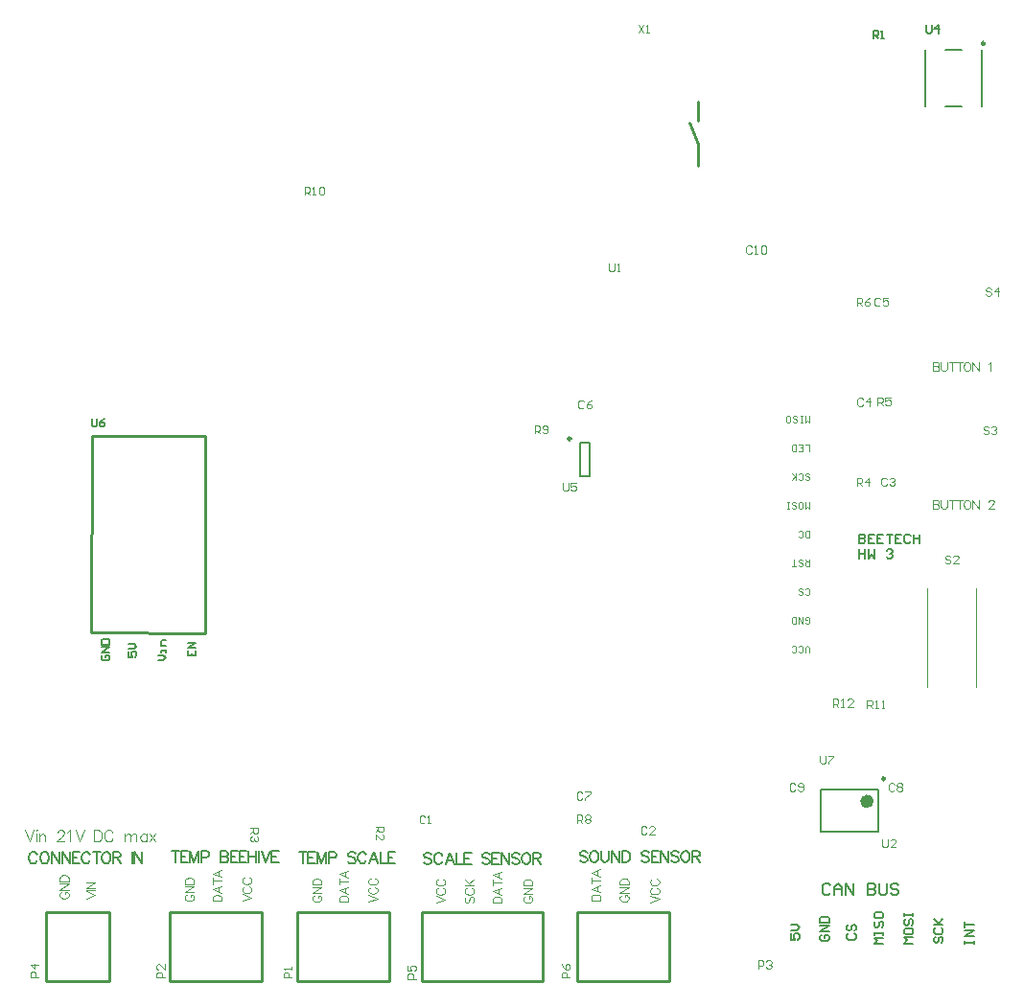
<source format=gto>
G04*
G04 #@! TF.GenerationSoftware,Altium Limited,Altium Designer,21.6.4 (81)*
G04*
G04 Layer_Color=65535*
%FSLAX44Y44*%
%MOMM*%
G71*
G04*
G04 #@! TF.SameCoordinates,B6620421-005C-40FD-BBE8-42AC4C8AC442*
G04*
G04*
G04 #@! TF.FilePolarity,Positive*
G04*
G01*
G75*
%ADD10C,0.2500*%
%ADD11C,0.6000*%
%ADD12C,0.2000*%
%ADD13C,0.2540*%
%ADD14C,0.1270*%
%ADD15C,0.1000*%
%ADD16C,0.1500*%
D10*
X499886Y484368D02*
G03*
X499886Y484368I-1250J0D01*
G01*
X777244Y183948D02*
G03*
X777244Y183948I-1250J0D01*
G01*
X865196Y833640D02*
G03*
X865196Y833640I-1250J0D01*
G01*
D11*
X764244Y163948D02*
G03*
X764244Y163948I-3000J0D01*
G01*
D12*
X507636Y481118D02*
X516636D01*
X507636Y451118D02*
X516636D01*
X507636D02*
Y481118D01*
X516636Y451118D02*
Y481118D01*
X720244Y136948D02*
Y173948D01*
X771244Y136948D02*
Y173948D01*
X720244Y136948D02*
X771244D01*
X720244Y173948D02*
X771244D01*
X728908Y89647D02*
X727242Y91313D01*
X723910D01*
X722244Y89647D01*
Y82982D01*
X723910Y81316D01*
X727242D01*
X728908Y82982D01*
X732241Y81316D02*
Y87980D01*
X735573Y91313D01*
X738905Y87980D01*
Y81316D01*
Y86314D01*
X732241D01*
X742238Y81316D02*
Y91313D01*
X748902Y81316D01*
Y91313D01*
X762231D02*
Y81316D01*
X767230D01*
X768896Y82982D01*
Y84648D01*
X767230Y86314D01*
X762231D01*
X767230D01*
X768896Y87980D01*
Y89647D01*
X767230Y91313D01*
X762231D01*
X772228D02*
Y82982D01*
X773894Y81316D01*
X777226D01*
X778892Y82982D01*
Y91313D01*
X788889Y89647D02*
X787223Y91313D01*
X783891D01*
X782225Y89647D01*
Y87980D01*
X783891Y86314D01*
X787223D01*
X788889Y84648D01*
Y82982D01*
X787223Y81316D01*
X783891D01*
X782225Y82982D01*
X28445Y116689D02*
X27969Y117642D01*
X27017Y118594D01*
X26065Y119070D01*
X24160D01*
X23208Y118594D01*
X22256Y117642D01*
X21780Y116689D01*
X21304Y115261D01*
Y112881D01*
X21780Y111452D01*
X22256Y110500D01*
X23208Y109548D01*
X24160Y109072D01*
X26065D01*
X27017Y109548D01*
X27969Y110500D01*
X28445Y111452D01*
X34111Y119070D02*
X33159Y118594D01*
X32206Y117642D01*
X31730Y116689D01*
X31254Y115261D01*
Y112881D01*
X31730Y111452D01*
X32206Y110500D01*
X33159Y109548D01*
X34111Y109072D01*
X36015D01*
X36967Y109548D01*
X37919Y110500D01*
X38396Y111452D01*
X38872Y112881D01*
Y115261D01*
X38396Y116689D01*
X37919Y117642D01*
X36967Y118594D01*
X36015Y119070D01*
X34111D01*
X41205D02*
Y109072D01*
Y119070D02*
X47870Y109072D01*
Y119070D02*
Y109072D01*
X50631Y119070D02*
Y109072D01*
Y119070D02*
X57296Y109072D01*
Y119070D02*
Y109072D01*
X66247Y119070D02*
X60058D01*
Y109072D01*
X66247D01*
X60058Y114309D02*
X63866D01*
X75054Y116689D02*
X74578Y117642D01*
X73626Y118594D01*
X72674Y119070D01*
X70770D01*
X69817Y118594D01*
X68865Y117642D01*
X68389Y116689D01*
X67913Y115261D01*
Y112881D01*
X68389Y111452D01*
X68865Y110500D01*
X69817Y109548D01*
X70770Y109072D01*
X72674D01*
X73626Y109548D01*
X74578Y110500D01*
X75054Y111452D01*
X81196Y119070D02*
Y109072D01*
X77863Y119070D02*
X84529D01*
X88575D02*
X87623Y118594D01*
X86671Y117642D01*
X86195Y116689D01*
X85719Y115261D01*
Y112881D01*
X86195Y111452D01*
X86671Y110500D01*
X87623Y109548D01*
X88575Y109072D01*
X90480D01*
X91432Y109548D01*
X92384Y110500D01*
X92860Y111452D01*
X93336Y112881D01*
Y115261D01*
X92860Y116689D01*
X92384Y117642D01*
X91432Y118594D01*
X90480Y119070D01*
X88575D01*
X95669D02*
Y109072D01*
Y119070D02*
X99954D01*
X101382Y118594D01*
X101858Y118118D01*
X102334Y117165D01*
Y116213D01*
X101858Y115261D01*
X101382Y114785D01*
X99954Y114309D01*
X95669D01*
X99002D02*
X102334Y109072D01*
X112427Y119070D02*
Y109072D01*
X114522Y119070D02*
Y109072D01*
Y119070D02*
X121187Y109072D01*
Y119070D02*
Y109072D01*
X514371Y118642D02*
X513419Y119594D01*
X511991Y120070D01*
X510086D01*
X508658Y119594D01*
X507706Y118642D01*
Y117689D01*
X508182Y116737D01*
X508658Y116261D01*
X509610Y115785D01*
X512467Y114833D01*
X513419Y114357D01*
X513895Y113881D01*
X514371Y112928D01*
Y111500D01*
X513419Y110548D01*
X511991Y110072D01*
X510086D01*
X508658Y110548D01*
X507706Y111500D01*
X519465Y120070D02*
X518513Y119594D01*
X517561Y118642D01*
X517085Y117689D01*
X516609Y116261D01*
Y113881D01*
X517085Y112452D01*
X517561Y111500D01*
X518513Y110548D01*
X519465Y110072D01*
X521370D01*
X522322Y110548D01*
X523274Y111500D01*
X523750Y112452D01*
X524226Y113881D01*
Y116261D01*
X523750Y117689D01*
X523274Y118642D01*
X522322Y119594D01*
X521370Y120070D01*
X519465D01*
X526559D02*
Y112928D01*
X527035Y111500D01*
X527987Y110548D01*
X529416Y110072D01*
X530368D01*
X531796Y110548D01*
X532748Y111500D01*
X533224Y112928D01*
Y120070D01*
X535986D02*
Y110072D01*
Y120070D02*
X542651Y110072D01*
Y120070D02*
Y110072D01*
X545412Y120070D02*
Y110072D01*
Y120070D02*
X548745D01*
X550173Y119594D01*
X551125Y118642D01*
X551601Y117689D01*
X552077Y116261D01*
Y113881D01*
X551601Y112452D01*
X551125Y111500D01*
X550173Y110548D01*
X548745Y110072D01*
X545412D01*
X568836Y118642D02*
X567883Y119594D01*
X566455Y120070D01*
X564551D01*
X563123Y119594D01*
X562170Y118642D01*
Y117689D01*
X562647Y116737D01*
X563123Y116261D01*
X564075Y115785D01*
X566931Y114833D01*
X567883Y114357D01*
X568360Y113881D01*
X568836Y112928D01*
Y111500D01*
X567883Y110548D01*
X566455Y110072D01*
X564551D01*
X563123Y110548D01*
X562170Y111500D01*
X577262Y120070D02*
X571073D01*
Y110072D01*
X577262D01*
X571073Y115309D02*
X574882D01*
X578929Y120070D02*
Y110072D01*
Y120070D02*
X585594Y110072D01*
Y120070D02*
Y110072D01*
X595021Y118642D02*
X594068Y119594D01*
X592640Y120070D01*
X590736D01*
X589308Y119594D01*
X588355Y118642D01*
Y117689D01*
X588831Y116737D01*
X589308Y116261D01*
X590260Y115785D01*
X593116Y114833D01*
X594068Y114357D01*
X594544Y113881D01*
X595021Y112928D01*
Y111500D01*
X594068Y110548D01*
X592640Y110072D01*
X590736D01*
X589308Y110548D01*
X588355Y111500D01*
X600115Y120070D02*
X599162Y119594D01*
X598210Y118642D01*
X597734Y117689D01*
X597258Y116261D01*
Y113881D01*
X597734Y112452D01*
X598210Y111500D01*
X599162Y110548D01*
X600115Y110072D01*
X602019D01*
X602971Y110548D01*
X603923Y111500D01*
X604399Y112452D01*
X604876Y113881D01*
Y116261D01*
X604399Y117689D01*
X603923Y118642D01*
X602971Y119594D01*
X602019Y120070D01*
X600115D01*
X607208D02*
Y110072D01*
Y120070D02*
X611493D01*
X612921Y119594D01*
X613398Y119118D01*
X613874Y118166D01*
Y117213D01*
X613398Y116261D01*
X612921Y115785D01*
X611493Y115309D01*
X607208D01*
X610541D02*
X613874Y110072D01*
X376821Y116892D02*
X375869Y117844D01*
X374441Y118320D01*
X372536D01*
X371108Y117844D01*
X370156Y116892D01*
Y115939D01*
X370632Y114987D01*
X371108Y114511D01*
X372060Y114035D01*
X374917Y113083D01*
X375869Y112607D01*
X376345Y112131D01*
X376821Y111179D01*
Y109750D01*
X375869Y108798D01*
X374441Y108322D01*
X372536D01*
X371108Y108798D01*
X370156Y109750D01*
X386200Y115939D02*
X385724Y116892D01*
X384772Y117844D01*
X383820Y118320D01*
X381915D01*
X380963Y117844D01*
X380011Y116892D01*
X379535Y115939D01*
X379059Y114511D01*
Y112131D01*
X379535Y110702D01*
X380011Y109750D01*
X380963Y108798D01*
X381915Y108322D01*
X383820D01*
X384772Y108798D01*
X385724Y109750D01*
X386200Y110702D01*
X396627Y108322D02*
X392818Y118320D01*
X389009Y108322D01*
X390437Y111655D02*
X395198D01*
X398959Y118320D02*
Y108322D01*
X404672D01*
X411956Y118320D02*
X405767D01*
Y108322D01*
X411956D01*
X405767Y113559D02*
X409576D01*
X428144Y116892D02*
X427191Y117844D01*
X425763Y118320D01*
X423859D01*
X422430Y117844D01*
X421478Y116892D01*
Y115939D01*
X421954Y114987D01*
X422430Y114511D01*
X423383Y114035D01*
X426239Y113083D01*
X427191Y112607D01*
X427667Y112131D01*
X428144Y111179D01*
Y109750D01*
X427191Y108798D01*
X425763Y108322D01*
X423859D01*
X422430Y108798D01*
X421478Y109750D01*
X436570Y118320D02*
X430381D01*
Y108322D01*
X436570D01*
X430381Y113559D02*
X434190D01*
X438237Y118320D02*
Y108322D01*
Y118320D02*
X444902Y108322D01*
Y118320D02*
Y108322D01*
X454328Y116892D02*
X453376Y117844D01*
X451948Y118320D01*
X450044D01*
X448615Y117844D01*
X447663Y116892D01*
Y115939D01*
X448139Y114987D01*
X448615Y114511D01*
X449567Y114035D01*
X452424Y113083D01*
X453376Y112607D01*
X453852Y112131D01*
X454328Y111179D01*
Y109750D01*
X453376Y108798D01*
X451948Y108322D01*
X450044D01*
X448615Y108798D01*
X447663Y109750D01*
X459423Y118320D02*
X458470Y117844D01*
X457518Y116892D01*
X457042Y115939D01*
X456566Y114511D01*
Y112131D01*
X457042Y110702D01*
X457518Y109750D01*
X458470Y108798D01*
X459423Y108322D01*
X461327D01*
X462279Y108798D01*
X463231Y109750D01*
X463707Y110702D01*
X464183Y112131D01*
Y114511D01*
X463707Y115939D01*
X463231Y116892D01*
X462279Y117844D01*
X461327Y118320D01*
X459423D01*
X466516D02*
Y108322D01*
Y118320D02*
X470801D01*
X472229Y117844D01*
X472705Y117368D01*
X473181Y116416D01*
Y115463D01*
X472705Y114511D01*
X472229Y114035D01*
X470801Y113559D01*
X466516D01*
X469849D02*
X473181Y108322D01*
X263389Y119070D02*
Y109072D01*
X260056Y119070D02*
X266721D01*
X274101D02*
X267911D01*
Y109072D01*
X274101D01*
X267911Y114309D02*
X271720D01*
X275767Y119070D02*
Y109072D01*
Y119070D02*
X279576Y109072D01*
X283384Y119070D02*
X279576Y109072D01*
X283384Y119070D02*
Y109072D01*
X286241Y113833D02*
X290526D01*
X291954Y114309D01*
X292430Y114785D01*
X292906Y115737D01*
Y117165D01*
X292430Y118118D01*
X291954Y118594D01*
X290526Y119070D01*
X286241D01*
Y109072D01*
X309664Y117642D02*
X308712Y118594D01*
X307284Y119070D01*
X305380D01*
X303951Y118594D01*
X302999Y117642D01*
Y116689D01*
X303475Y115737D01*
X303951Y115261D01*
X304904Y114785D01*
X307760Y113833D01*
X308712Y113357D01*
X309188Y112881D01*
X309664Y111929D01*
Y110500D01*
X308712Y109548D01*
X307284Y109072D01*
X305380D01*
X303951Y109548D01*
X302999Y110500D01*
X319043Y116689D02*
X318567Y117642D01*
X317615Y118594D01*
X316663Y119070D01*
X314758D01*
X313806Y118594D01*
X312854Y117642D01*
X312378Y116689D01*
X311902Y115261D01*
Y112881D01*
X312378Y111452D01*
X312854Y110500D01*
X313806Y109548D01*
X314758Y109072D01*
X316663D01*
X317615Y109548D01*
X318567Y110500D01*
X319043Y111452D01*
X329470Y109072D02*
X325661Y119070D01*
X321852Y109072D01*
X323280Y112405D02*
X328041D01*
X331802Y119070D02*
Y109072D01*
X337516D01*
X344800Y119070D02*
X338610D01*
Y109072D01*
X344800D01*
X338610Y114309D02*
X342419D01*
X150916Y119820D02*
Y109822D01*
X147583Y119820D02*
X154248D01*
X161628D02*
X155439D01*
Y109822D01*
X161628D01*
X155439Y115059D02*
X159247D01*
X163294Y119820D02*
Y109822D01*
Y119820D02*
X167103Y109822D01*
X170912Y119820D02*
X167103Y109822D01*
X170912Y119820D02*
Y109822D01*
X173768Y114583D02*
X178053D01*
X179481Y115059D01*
X179957Y115535D01*
X180433Y116487D01*
Y117915D01*
X179957Y118868D01*
X179481Y119344D01*
X178053Y119820D01*
X173768D01*
Y109822D01*
X190526Y119820D02*
Y109822D01*
Y119820D02*
X194811D01*
X196239Y119344D01*
X196716Y118868D01*
X197192Y117915D01*
Y116963D01*
X196716Y116011D01*
X196239Y115535D01*
X194811Y115059D01*
X190526D02*
X194811D01*
X196239Y114583D01*
X196716Y114107D01*
X197192Y113155D01*
Y111726D01*
X196716Y110774D01*
X196239Y110298D01*
X194811Y109822D01*
X190526D01*
X205618Y119820D02*
X199429D01*
Y109822D01*
X205618D01*
X199429Y115059D02*
X203238D01*
X213474Y119820D02*
X207285D01*
Y109822D01*
X213474D01*
X207285Y115059D02*
X211093D01*
X215140Y119820D02*
Y109822D01*
X221805Y119820D02*
Y109822D01*
X215140Y115059D02*
X221805D01*
X224567Y119820D02*
Y109822D01*
X226661Y119820D02*
X230470Y109822D01*
X234279Y119820D02*
X230470Y109822D01*
X241754Y119820D02*
X235564D01*
Y109822D01*
X241754D01*
X235564Y115059D02*
X239373D01*
D13*
X611768Y765682D02*
Y782182D01*
X604268Y763682D02*
X611768Y744932D01*
Y725182D02*
Y744932D01*
X505706Y4602D02*
Y66324D01*
X586986Y4602D02*
Y66324D01*
X505706Y4602D02*
X586986D01*
X505706Y66324D02*
X586986D01*
X76300Y313118D02*
X77300Y485518D01*
X177300Y313118D02*
Y486518D01*
X77315Y487094D02*
X176700Y486518D01*
X77315Y313095D02*
X176700Y312518D01*
X36684Y66324D02*
X92310D01*
X36684Y4602D02*
X92310D01*
Y66324D01*
X36684Y4602D02*
Y66324D01*
X145583Y4602D02*
Y66324D01*
X226863Y4602D02*
Y66324D01*
X145583Y4602D02*
X226863D01*
X145583Y66324D02*
X226863D01*
X258056Y4602D02*
Y66324D01*
X339336Y4602D02*
Y66324D01*
X258056Y4602D02*
X339336D01*
X258056Y66324D02*
X339336D01*
X368156D02*
X474836D01*
X368156Y4602D02*
X474836D01*
Y66324D01*
X368156Y4602D02*
Y66324D01*
D14*
X830946Y827640D02*
X844946D01*
X830946Y777640D02*
X844946D01*
X862946D02*
Y827640D01*
X812946Y777640D02*
Y827640D01*
D15*
X857246Y264848D02*
Y351848D01*
X814246Y264848D02*
Y351848D01*
X710692Y396992D02*
Y402990D01*
X707693D01*
X706693Y401990D01*
Y397992D01*
X707693Y396992D01*
X710692D01*
X700695Y397992D02*
X701695Y396992D01*
X703694D01*
X704694Y397992D01*
Y401990D01*
X703694Y402990D01*
X701695D01*
X700695Y401990D01*
X710692Y377590D02*
Y371592D01*
X707693D01*
X706693Y372592D01*
Y374591D01*
X707693Y375591D01*
X710692D01*
X708693D02*
X706693Y377590D01*
X700695Y372592D02*
X701695Y371592D01*
X703694D01*
X704694Y372592D01*
Y373591D01*
X703694Y374591D01*
X701695D01*
X700695Y375591D01*
Y376590D01*
X701695Y377590D01*
X703694D01*
X704694Y376590D01*
X698696Y371592D02*
X694697D01*
X696696D01*
Y377590D01*
X710692Y295392D02*
Y299391D01*
X708693Y301390D01*
X706693Y299391D01*
Y295392D01*
X700695Y296392D02*
X701695Y295392D01*
X703694D01*
X704694Y296392D01*
Y300390D01*
X703694Y301390D01*
X701695D01*
X700695Y300390D01*
X694697Y296392D02*
X695697Y295392D01*
X697696D01*
X698696Y296392D01*
Y300390D01*
X697696Y301390D01*
X695697D01*
X694697Y300390D01*
X706693Y321792D02*
X707693Y320792D01*
X709692D01*
X710692Y321792D01*
Y325790D01*
X709692Y326790D01*
X707693D01*
X706693Y325790D01*
Y323791D01*
X708693D01*
X704694Y326790D02*
Y320792D01*
X700695Y326790D01*
Y320792D01*
X698696D02*
Y326790D01*
X695697D01*
X694697Y325790D01*
Y321792D01*
X695697Y320792D01*
X698696D01*
X706693Y347192D02*
X707693Y346192D01*
X709692D01*
X710692Y347192D01*
Y351190D01*
X709692Y352190D01*
X707693D01*
X706693Y351190D01*
X700695Y347192D02*
X701695Y346192D01*
X703694D01*
X704694Y347192D01*
Y348191D01*
X703694Y349191D01*
X701695D01*
X700695Y350191D01*
Y351190D01*
X701695Y352190D01*
X703694D01*
X704694Y351190D01*
X710692Y473192D02*
Y479190D01*
X706693D01*
X700695Y473192D02*
X704694D01*
Y479190D01*
X700695D01*
X704694Y476191D02*
X702695D01*
X698696Y473192D02*
Y479190D01*
X695697D01*
X694697Y478190D01*
Y474192D01*
X695697Y473192D01*
X698696D01*
X706693Y448792D02*
X707693Y447792D01*
X709692D01*
X710692Y448792D01*
Y449791D01*
X709692Y450791D01*
X707693D01*
X706693Y451791D01*
Y452790D01*
X707693Y453790D01*
X709692D01*
X710692Y452790D01*
X700695Y448792D02*
X701695Y447792D01*
X703694D01*
X704694Y448792D01*
Y452790D01*
X703694Y453790D01*
X701695D01*
X700695Y452790D01*
X698696Y447792D02*
Y453790D01*
Y451791D01*
X694697Y447792D01*
X697696Y450791D01*
X694697Y453790D01*
X710692Y428390D02*
Y422392D01*
X708693Y424391D01*
X706693Y422392D01*
Y428390D01*
X701695Y422392D02*
X703694D01*
X704694Y423392D01*
Y427390D01*
X703694Y428390D01*
X701695D01*
X700695Y427390D01*
Y423392D01*
X701695Y422392D01*
X694697Y423392D02*
X695697Y422392D01*
X697696D01*
X698696Y423392D01*
Y424391D01*
X697696Y425391D01*
X695697D01*
X694697Y426391D01*
Y427390D01*
X695697Y428390D01*
X697696D01*
X698696Y427390D01*
X692698Y422392D02*
X690698D01*
X691698D01*
Y428390D01*
X692698D01*
X690698D01*
X710692Y504590D02*
Y498592D01*
X708693Y500591D01*
X706693Y498592D01*
Y504590D01*
X704694Y498592D02*
X702695D01*
X703694D01*
Y504590D01*
X704694D01*
X702695D01*
X695697Y499592D02*
X696696Y498592D01*
X698696D01*
X699696Y499592D01*
Y500591D01*
X698696Y501591D01*
X696696D01*
X695697Y502591D01*
Y503590D01*
X696696Y504590D01*
X698696D01*
X699696Y503590D01*
X690698Y498592D02*
X692698D01*
X693698Y499592D01*
Y503590D01*
X692698Y504590D01*
X690698D01*
X689699Y503590D01*
Y499592D01*
X690698Y498592D01*
X17764Y138506D02*
X21573Y128508D01*
X25381Y138506D02*
X21573Y128508D01*
X27619Y138506D02*
X28095Y138030D01*
X28571Y138506D01*
X28095Y138982D01*
X27619Y138506D01*
X28095Y135173D02*
Y128508D01*
X30333Y135173D02*
Y128508D01*
Y133269D02*
X31761Y134697D01*
X32713Y135173D01*
X34141D01*
X35094Y134697D01*
X35570Y133269D01*
Y128508D01*
X46520Y136125D02*
Y136601D01*
X46996Y137554D01*
X47472Y138030D01*
X48424Y138506D01*
X50328D01*
X51281Y138030D01*
X51757Y137554D01*
X52233Y136601D01*
Y135649D01*
X51757Y134697D01*
X50805Y133269D01*
X46044Y128508D01*
X52709D01*
X54946Y136601D02*
X55899Y137078D01*
X57327Y138506D01*
Y128508D01*
X62278Y138506D02*
X66087Y128508D01*
X69896Y138506D02*
X66087Y128508D01*
X79037Y138506D02*
Y128508D01*
Y138506D02*
X82369D01*
X83798Y138030D01*
X84750Y137078D01*
X85226Y136125D01*
X85702Y134697D01*
Y132317D01*
X85226Y130888D01*
X84750Y129936D01*
X83798Y128984D01*
X82369Y128508D01*
X79037D01*
X95081Y136125D02*
X94605Y137078D01*
X93652Y138030D01*
X92700Y138506D01*
X90796D01*
X89844Y138030D01*
X88892Y137078D01*
X88415Y136125D01*
X87939Y134697D01*
Y132317D01*
X88415Y130888D01*
X88892Y129936D01*
X89844Y128984D01*
X90796Y128508D01*
X92700D01*
X93652Y128984D01*
X94605Y129936D01*
X95081Y130888D01*
X105745Y135173D02*
Y128508D01*
Y133269D02*
X107173Y134697D01*
X108126Y135173D01*
X109554D01*
X110506Y134697D01*
X110982Y133269D01*
Y128508D01*
Y133269D02*
X112410Y134697D01*
X113363Y135173D01*
X114791D01*
X115743Y134697D01*
X116219Y133269D01*
Y128508D01*
X125074Y135173D02*
Y128508D01*
Y133745D02*
X124122Y134697D01*
X123170Y135173D01*
X121742D01*
X120789Y134697D01*
X119837Y133745D01*
X119361Y132317D01*
Y131364D01*
X119837Y129936D01*
X120789Y128984D01*
X121742Y128508D01*
X123170D01*
X124122Y128984D01*
X125074Y129936D01*
X127740Y135173D02*
X132977Y128508D01*
Y135173D02*
X127740Y128508D01*
X819446Y551956D02*
Y543958D01*
Y551956D02*
X822874D01*
X824016Y551575D01*
X824397Y551194D01*
X824778Y550433D01*
Y549671D01*
X824397Y548909D01*
X824016Y548528D01*
X822874Y548148D01*
X819446D02*
X822874D01*
X824016Y547767D01*
X824397Y547386D01*
X824778Y546624D01*
Y545481D01*
X824397Y544720D01*
X824016Y544339D01*
X822874Y543958D01*
X819446D01*
X826568Y551956D02*
Y546243D01*
X826949Y545101D01*
X827711Y544339D01*
X828854Y543958D01*
X829615D01*
X830758Y544339D01*
X831520Y545101D01*
X831900Y546243D01*
Y551956D01*
X836776D02*
Y543958D01*
X834109Y551956D02*
X839442D01*
X843060D02*
Y543958D01*
X840394Y551956D02*
X845726D01*
X848963D02*
X848202Y551575D01*
X847440Y550814D01*
X847059Y550052D01*
X846678Y548909D01*
Y547005D01*
X847059Y545862D01*
X847440Y545101D01*
X848202Y544339D01*
X848963Y543958D01*
X850487D01*
X851249Y544339D01*
X852010Y545101D01*
X852391Y545862D01*
X852772Y547005D01*
Y548909D01*
X852391Y550052D01*
X852010Y550814D01*
X851249Y551575D01*
X850487Y551956D01*
X848963D01*
X854639D02*
Y543958D01*
Y551956D02*
X859971Y543958D01*
Y551956D02*
Y543958D01*
X868464Y550433D02*
X869226Y550814D01*
X870368Y551956D01*
Y543958D01*
X819446Y430360D02*
Y422362D01*
Y430360D02*
X822874D01*
X824016Y429979D01*
X824397Y429599D01*
X824778Y428837D01*
Y428075D01*
X824397Y427313D01*
X824016Y426932D01*
X822874Y426552D01*
X819446D02*
X822874D01*
X824016Y426171D01*
X824397Y425790D01*
X824778Y425028D01*
Y423885D01*
X824397Y423124D01*
X824016Y422743D01*
X822874Y422362D01*
X819446D01*
X826568Y430360D02*
Y424647D01*
X826949Y423505D01*
X827711Y422743D01*
X828854Y422362D01*
X829615D01*
X830758Y422743D01*
X831520Y423505D01*
X831900Y424647D01*
Y430360D01*
X836776D02*
Y422362D01*
X834109Y430360D02*
X839442D01*
X843060D02*
Y422362D01*
X840394Y430360D02*
X845726D01*
X848963D02*
X848202Y429979D01*
X847440Y429218D01*
X847059Y428456D01*
X846678Y427313D01*
Y425409D01*
X847059Y424266D01*
X847440Y423505D01*
X848202Y422743D01*
X848963Y422362D01*
X850487D01*
X851249Y422743D01*
X852010Y423505D01*
X852391Y424266D01*
X852772Y425409D01*
Y427313D01*
X852391Y428456D01*
X852010Y429218D01*
X851249Y429979D01*
X850487Y430360D01*
X848963D01*
X854639D02*
Y422362D01*
Y430360D02*
X859971Y422362D01*
Y430360D02*
Y422362D01*
X868845Y428456D02*
Y428837D01*
X869226Y429599D01*
X869607Y429979D01*
X870368Y430360D01*
X871892D01*
X872654Y429979D01*
X873035Y429599D01*
X873415Y428837D01*
Y428075D01*
X873035Y427313D01*
X872273Y426171D01*
X868464Y422362D01*
X873796D01*
X71520Y78216D02*
X79518Y81263D01*
X71520Y84310D02*
X79518Y81263D01*
X71520Y85338D02*
X79518D01*
X71520Y87014D02*
X79518D01*
X71520D02*
X79518Y92346D01*
X71520D02*
X79518D01*
X50310Y83929D02*
X49548Y83548D01*
X48787Y82786D01*
X48406Y82025D01*
Y80501D01*
X48787Y79739D01*
X49548Y78978D01*
X50310Y78597D01*
X51453Y78216D01*
X53357D01*
X54500Y78597D01*
X55261Y78978D01*
X56023Y79739D01*
X56404Y80501D01*
Y82025D01*
X56023Y82786D01*
X55261Y83548D01*
X54500Y83929D01*
X53357D01*
Y82025D02*
Y83929D01*
X48406Y85757D02*
X56404D01*
X48406D02*
X56404Y91089D01*
X48406D02*
X56404D01*
X48406Y93299D02*
X56404D01*
X48406D02*
Y95965D01*
X48787Y97107D01*
X49548Y97869D01*
X50310Y98250D01*
X51453Y98631D01*
X53357D01*
X54500Y98250D01*
X55261Y97869D01*
X56023Y97107D01*
X56404Y95965D01*
Y93299D01*
X430598Y74292D02*
X438596D01*
X430598D02*
Y76958D01*
X430979Y78101D01*
X431740Y78863D01*
X432502Y79243D01*
X433645Y79624D01*
X435549D01*
X436692Y79243D01*
X437453Y78863D01*
X438215Y78101D01*
X438596Y76958D01*
Y74292D01*
Y87508D02*
X430598Y84461D01*
X438596Y81414D01*
X435930Y82557D02*
Y86366D01*
X430598Y92041D02*
X438596D01*
X430598Y89375D02*
Y94707D01*
X438596Y101753D02*
X430598Y98706D01*
X438596Y95659D01*
X435930Y96802D02*
Y100610D01*
X407490Y79624D02*
X406729Y78863D01*
X406348Y77720D01*
Y76196D01*
X406729Y75054D01*
X407490Y74292D01*
X408252D01*
X409014Y74673D01*
X409395Y75054D01*
X409776Y75816D01*
X410537Y78101D01*
X410918Y78863D01*
X411299Y79243D01*
X412061Y79624D01*
X413203D01*
X413965Y78863D01*
X414346Y77720D01*
Y76196D01*
X413965Y75054D01*
X413203Y74292D01*
X408252Y87127D02*
X407490Y86747D01*
X406729Y85985D01*
X406348Y85223D01*
Y83700D01*
X406729Y82938D01*
X407490Y82176D01*
X408252Y81795D01*
X409395Y81414D01*
X411299D01*
X412442Y81795D01*
X413203Y82176D01*
X413965Y82938D01*
X414346Y83700D01*
Y85223D01*
X413965Y85985D01*
X413203Y86747D01*
X412442Y87127D01*
X406348Y89375D02*
X414346D01*
X406348Y94707D02*
X411680Y89375D01*
X409776Y91279D02*
X414346Y94707D01*
X517973Y76292D02*
X525972D01*
X517973D02*
Y78958D01*
X518354Y80101D01*
X519116Y80862D01*
X519878Y81243D01*
X521020Y81624D01*
X522925D01*
X524067Y81243D01*
X524829Y80862D01*
X525591Y80101D01*
X525972Y78958D01*
Y76292D01*
Y89508D02*
X517973Y86461D01*
X525972Y83414D01*
X523306Y84557D02*
Y88366D01*
X517973Y94041D02*
X525972D01*
X517973Y91374D02*
Y96707D01*
X525972Y103753D02*
X517973Y100706D01*
X525972Y97659D01*
X523306Y98801D02*
Y102610D01*
X295146Y75042D02*
X303144D01*
X295146D02*
Y77708D01*
X295527Y78851D01*
X296288Y79612D01*
X297050Y79993D01*
X298193Y80374D01*
X300097D01*
X301240Y79993D01*
X302001Y79612D01*
X302763Y78851D01*
X303144Y77708D01*
Y75042D01*
Y88258D02*
X295146Y85211D01*
X303144Y82164D01*
X300478Y83307D02*
Y87116D01*
X295146Y92791D02*
X303144D01*
X295146Y90125D02*
Y95457D01*
X303144Y102503D02*
X295146Y99456D01*
X303144Y96409D01*
X300478Y97551D02*
Y101360D01*
X273502Y80755D02*
X272740Y80374D01*
X271979Y79612D01*
X271598Y78851D01*
Y77327D01*
X271979Y76565D01*
X272740Y75804D01*
X273502Y75423D01*
X274645Y75042D01*
X276549D01*
X277692Y75423D01*
X278453Y75804D01*
X279215Y76565D01*
X279596Y77327D01*
Y78851D01*
X279215Y79612D01*
X278453Y80374D01*
X277692Y80755D01*
X276549D01*
Y78851D02*
Y80755D01*
X271598Y82583D02*
X279596D01*
X271598D02*
X279596Y87915D01*
X271598D02*
X279596D01*
X271598Y90125D02*
X279596D01*
X271598D02*
Y92791D01*
X271979Y93933D01*
X272740Y94695D01*
X273502Y95076D01*
X274645Y95457D01*
X276549D01*
X277692Y95076D01*
X278453Y94695D01*
X279215Y93933D01*
X279596Y92791D01*
Y90125D01*
X544848Y81005D02*
X544086Y80624D01*
X543325Y79862D01*
X542944Y79101D01*
Y77577D01*
X543325Y76815D01*
X544086Y76054D01*
X544848Y75673D01*
X545991Y75292D01*
X547895D01*
X549038Y75673D01*
X549799Y76054D01*
X550561Y76815D01*
X550942Y77577D01*
Y79101D01*
X550561Y79862D01*
X549799Y80624D01*
X549038Y81005D01*
X547895D01*
Y79101D02*
Y81005D01*
X542944Y82833D02*
X550942D01*
X542944D02*
X550942Y88165D01*
X542944D02*
X550942D01*
X542944Y90374D02*
X550942D01*
X542944D02*
Y93041D01*
X543325Y94183D01*
X544086Y94945D01*
X544848Y95326D01*
X545991Y95707D01*
X547895D01*
X549038Y95326D01*
X549799Y94945D01*
X550561Y94183D01*
X550942Y93041D01*
Y90374D01*
X459752Y80005D02*
X458990Y79624D01*
X458229Y78863D01*
X457848Y78101D01*
Y76577D01*
X458229Y75816D01*
X458990Y75054D01*
X459752Y74673D01*
X460895Y74292D01*
X462799D01*
X463942Y74673D01*
X464703Y75054D01*
X465465Y75816D01*
X465846Y76577D01*
Y78101D01*
X465465Y78863D01*
X464703Y79624D01*
X463942Y80005D01*
X462799D01*
Y78101D02*
Y80005D01*
X457848Y81833D02*
X465846D01*
X457848D02*
X465846Y87165D01*
X457848D02*
X465846D01*
X457848Y89375D02*
X465846D01*
X457848D02*
Y92041D01*
X458229Y93183D01*
X458990Y93945D01*
X459752Y94326D01*
X460895Y94707D01*
X462799D01*
X463942Y94326D01*
X464703Y93945D01*
X465465Y93183D01*
X465846Y92041D01*
Y89375D01*
X380598Y74292D02*
X388596Y77339D01*
X380598Y80386D02*
X388596Y77339D01*
X382502Y87127D02*
X381740Y86747D01*
X380979Y85985D01*
X380598Y85223D01*
Y83700D01*
X380979Y82938D01*
X381740Y82176D01*
X382502Y81795D01*
X383645Y81414D01*
X385549D01*
X386692Y81795D01*
X387453Y82176D01*
X388215Y82938D01*
X388596Y83700D01*
Y85223D01*
X388215Y85985D01*
X387453Y86747D01*
X386692Y87127D01*
X382502Y95087D02*
X381740Y94707D01*
X380979Y93945D01*
X380598Y93183D01*
Y91660D01*
X380979Y90898D01*
X381740Y90136D01*
X382502Y89755D01*
X383645Y89375D01*
X385549D01*
X386692Y89755D01*
X387453Y90136D01*
X388215Y90898D01*
X388596Y91660D01*
Y93183D01*
X388215Y93945D01*
X387453Y94707D01*
X386692Y95087D01*
X569848Y74542D02*
X577846Y77589D01*
X569848Y80636D02*
X577846Y77589D01*
X571752Y87377D02*
X570990Y86996D01*
X570229Y86235D01*
X569848Y85473D01*
Y83949D01*
X570229Y83188D01*
X570990Y82426D01*
X571752Y82045D01*
X572895Y81664D01*
X574799D01*
X575942Y82045D01*
X576703Y82426D01*
X577465Y83188D01*
X577846Y83949D01*
Y85473D01*
X577465Y86235D01*
X576703Y86996D01*
X575942Y87377D01*
X571752Y95338D02*
X570990Y94957D01*
X570229Y94195D01*
X569848Y93433D01*
Y91910D01*
X570229Y91148D01*
X570990Y90386D01*
X571752Y90005D01*
X572895Y89625D01*
X574799D01*
X575942Y90005D01*
X576703Y90386D01*
X577465Y91148D01*
X577846Y91910D01*
Y93433D01*
X577465Y94195D01*
X576703Y94957D01*
X575942Y95338D01*
X321098Y75042D02*
X329096Y78089D01*
X321098Y81136D02*
X329096Y78089D01*
X323002Y87877D02*
X322240Y87497D01*
X321479Y86735D01*
X321098Y85973D01*
Y84450D01*
X321479Y83688D01*
X322240Y82926D01*
X323002Y82545D01*
X324145Y82164D01*
X326049D01*
X327192Y82545D01*
X327953Y82926D01*
X328715Y83688D01*
X329096Y84450D01*
Y85973D01*
X328715Y86735D01*
X327953Y87497D01*
X327192Y87877D01*
X323002Y95838D02*
X322240Y95457D01*
X321479Y94695D01*
X321098Y93933D01*
Y92410D01*
X321479Y91648D01*
X322240Y90886D01*
X323002Y90505D01*
X324145Y90125D01*
X326049D01*
X327192Y90505D01*
X327953Y90886D01*
X328715Y91648D01*
X329096Y92410D01*
Y93933D01*
X328715Y94695D01*
X327953Y95457D01*
X327192Y95838D01*
X209598Y75792D02*
X217596Y78839D01*
X209598Y81886D02*
X217596Y78839D01*
X211502Y88627D02*
X210740Y88246D01*
X209979Y87485D01*
X209598Y86723D01*
Y85199D01*
X209979Y84438D01*
X210740Y83676D01*
X211502Y83295D01*
X212645Y82914D01*
X214549D01*
X215692Y83295D01*
X216453Y83676D01*
X217215Y84438D01*
X217596Y85199D01*
Y86723D01*
X217215Y87485D01*
X216453Y88246D01*
X215692Y88627D01*
X211502Y96587D02*
X210740Y96207D01*
X209979Y95445D01*
X209598Y94683D01*
Y93160D01*
X209979Y92398D01*
X210740Y91636D01*
X211502Y91255D01*
X212645Y90875D01*
X214549D01*
X215692Y91255D01*
X216453Y91636D01*
X217215Y92398D01*
X217596Y93160D01*
Y94683D01*
X217215Y95445D01*
X216453Y96207D01*
X215692Y96587D01*
X183348Y75792D02*
X191346D01*
X183348D02*
Y78458D01*
X183729Y79601D01*
X184490Y80363D01*
X185252Y80743D01*
X186395Y81124D01*
X188299D01*
X189442Y80743D01*
X190203Y80363D01*
X190965Y79601D01*
X191346Y78458D01*
Y75792D01*
Y89008D02*
X183348Y85961D01*
X191346Y82914D01*
X188680Y84057D02*
Y87866D01*
X183348Y93541D02*
X191346D01*
X183348Y90875D02*
Y96207D01*
X191346Y103253D02*
X183348Y100206D01*
X191346Y97159D01*
X188680Y98301D02*
Y102110D01*
X160998Y81505D02*
X160236Y81124D01*
X159475Y80363D01*
X159094Y79601D01*
Y78077D01*
X159475Y77316D01*
X160236Y76554D01*
X160998Y76173D01*
X162141Y75792D01*
X164045D01*
X165188Y76173D01*
X165949Y76554D01*
X166711Y77316D01*
X167092Y78077D01*
Y79601D01*
X166711Y80363D01*
X165949Y81124D01*
X165188Y81505D01*
X164045D01*
Y79601D02*
Y81505D01*
X159094Y83333D02*
X167092D01*
X159094D02*
X167092Y88666D01*
X159094D02*
X167092D01*
X159094Y90875D02*
X167092D01*
X159094D02*
Y93541D01*
X159475Y94683D01*
X160236Y95445D01*
X160998Y95826D01*
X162141Y96207D01*
X164045D01*
X165188Y95826D01*
X165949Y95445D01*
X166711Y94683D01*
X167092Y93541D01*
Y90875D01*
X659512Y653843D02*
X658346Y655009D01*
X656013D01*
X654847Y653843D01*
Y649177D01*
X656013Y648011D01*
X658346D01*
X659512Y649177D01*
X661845Y648011D02*
X664177D01*
X663011D01*
Y655009D01*
X661845Y653843D01*
X667676D02*
X668842Y655009D01*
X671175D01*
X672341Y653843D01*
Y649177D01*
X671175Y648011D01*
X668842D01*
X667676Y649177D01*
Y653843D01*
X697932Y178809D02*
X696765Y179975D01*
X694433D01*
X693267Y178809D01*
Y174144D01*
X694433Y172977D01*
X696765D01*
X697932Y174144D01*
X700264D02*
X701431Y172977D01*
X703763D01*
X704930Y174144D01*
Y178809D01*
X703763Y179975D01*
X701431D01*
X700264Y178809D01*
Y177642D01*
X701431Y176476D01*
X704930D01*
X731409Y247453D02*
Y254451D01*
X734908D01*
X736074Y253285D01*
Y250952D01*
X734908Y249786D01*
X731409D01*
X733741D02*
X736074Y247453D01*
X738407D02*
X740739D01*
X739573D01*
Y254451D01*
X738407Y253285D01*
X748903Y247453D02*
X744238D01*
X748903Y252118D01*
Y253285D01*
X747737Y254451D01*
X745404D01*
X744238Y253285D01*
X761531Y246183D02*
Y253181D01*
X765030D01*
X766196Y252015D01*
Y249682D01*
X765030Y248516D01*
X761531D01*
X763864D02*
X766196Y246183D01*
X768529D02*
X770862D01*
X769695D01*
Y253181D01*
X768529Y252015D01*
X774360Y246183D02*
X776693D01*
X775527D01*
Y253181D01*
X774360Y252015D01*
X264600Y699773D02*
Y706771D01*
X268099D01*
X269265Y705605D01*
Y703272D01*
X268099Y702106D01*
X264600D01*
X266933D02*
X269265Y699773D01*
X271598D02*
X273931D01*
X272764D01*
Y706771D01*
X271598Y705605D01*
X277430D02*
X278596Y706771D01*
X280928D01*
X282095Y705605D01*
Y700939D01*
X280928Y699773D01*
X278596D01*
X277430Y700939D01*
Y705605D01*
X665237Y16313D02*
Y23311D01*
X668735D01*
X669902Y22145D01*
Y19812D01*
X668735Y18646D01*
X665237D01*
X672234Y22145D02*
X673401Y23311D01*
X675733D01*
X676899Y22145D01*
Y20978D01*
X675733Y19812D01*
X674567D01*
X675733D01*
X676899Y18646D01*
Y17479D01*
X675733Y16313D01*
X673401D01*
X672234Y17479D01*
X566778Y140763D02*
X565611Y141929D01*
X563279D01*
X562113Y140763D01*
Y136097D01*
X563279Y134931D01*
X565611D01*
X566778Y136097D01*
X573775Y134931D02*
X569110D01*
X573775Y139596D01*
Y140763D01*
X572609Y141929D01*
X570277D01*
X569110Y140763D01*
X371094Y150161D02*
X369928Y151327D01*
X367595D01*
X366429Y150161D01*
Y145495D01*
X367595Y144329D01*
X369928D01*
X371094Y145495D01*
X373427Y144329D02*
X375759D01*
X374593D01*
Y151327D01*
X373427Y150161D01*
X720022Y204359D02*
Y198528D01*
X721189Y197361D01*
X723521D01*
X724688Y198528D01*
Y204359D01*
X727020D02*
X731685D01*
Y203193D01*
X727020Y198528D01*
Y197361D01*
X785394Y178809D02*
X784227Y179975D01*
X781895D01*
X780728Y178809D01*
Y174144D01*
X781895Y172977D01*
X784227D01*
X785394Y174144D01*
X787726Y178809D02*
X788892Y179975D01*
X791225D01*
X792391Y178809D01*
Y177642D01*
X791225Y176476D01*
X792391Y175310D01*
Y174144D01*
X791225Y172977D01*
X788892D01*
X787726Y174144D01*
Y175310D01*
X788892Y176476D01*
X787726Y177642D01*
Y178809D01*
X788892Y176476D02*
X791225D01*
X467800Y488953D02*
Y495951D01*
X471299D01*
X472466Y494785D01*
Y492452D01*
X471299Y491286D01*
X467800D01*
X470133D02*
X472466Y488953D01*
X474798Y490120D02*
X475964Y488953D01*
X478297D01*
X479463Y490120D01*
Y494785D01*
X478297Y495951D01*
X475964D01*
X474798Y494785D01*
Y493618D01*
X475964Y492452D01*
X479463D01*
X511262Y517159D02*
X510095Y518325D01*
X507763D01*
X506596Y517159D01*
Y512493D01*
X507763Y511327D01*
X510095D01*
X511262Y512493D01*
X518259Y518325D02*
X515927Y517159D01*
X513594Y514826D01*
Y512493D01*
X514761Y511327D01*
X517093D01*
X518259Y512493D01*
Y513660D01*
X517093Y514826D01*
X513594D01*
X505345Y144976D02*
Y151974D01*
X508843D01*
X510010Y150808D01*
Y148475D01*
X508843Y147309D01*
X505345D01*
X507677D02*
X510010Y144976D01*
X512342Y150808D02*
X513509Y151974D01*
X515841D01*
X517007Y150808D01*
Y149641D01*
X515841Y148475D01*
X517007Y147309D01*
Y146142D01*
X515841Y144976D01*
X513509D01*
X512342Y146142D01*
Y147309D01*
X513509Y148475D01*
X512342Y149641D01*
Y150808D01*
X513509Y148475D02*
X515841D01*
X510010Y171140D02*
X508843Y172306D01*
X506511D01*
X505345Y171140D01*
Y166474D01*
X506511Y165308D01*
X508843D01*
X510010Y166474D01*
X512342Y172306D02*
X517007D01*
Y171140D01*
X512342Y166474D01*
Y165308D01*
X492805Y445097D02*
Y439265D01*
X493971Y438099D01*
X496303D01*
X497470Y439265D01*
Y445097D01*
X504468D02*
X499802D01*
Y441598D01*
X502135Y442764D01*
X503301D01*
X504468Y441598D01*
Y439265D01*
X503301Y438099D01*
X500969D01*
X499802Y439265D01*
X559417Y850181D02*
X564082Y843183D01*
Y850181D02*
X559417Y843183D01*
X566415D02*
X568747D01*
X567581D01*
Y850181D01*
X566415Y849015D01*
X870998Y616563D02*
X869832Y617729D01*
X867499D01*
X866333Y616563D01*
Y615396D01*
X867499Y614230D01*
X869832D01*
X870998Y613064D01*
Y611897D01*
X869832Y610731D01*
X867499D01*
X866333Y611897D01*
X876829Y610731D02*
Y617729D01*
X873331Y614230D01*
X877996D01*
X868784Y494331D02*
X867617Y495497D01*
X865285D01*
X864118Y494331D01*
Y493164D01*
X865285Y491998D01*
X867617D01*
X868784Y490832D01*
Y489665D01*
X867617Y488499D01*
X865285D01*
X864118Y489665D01*
X871116Y494331D02*
X872283Y495497D01*
X874615D01*
X875781Y494331D01*
Y493164D01*
X874615Y491998D01*
X873449D01*
X874615D01*
X875781Y490832D01*
Y489665D01*
X874615Y488499D01*
X872283D01*
X871116Y489665D01*
X752250Y601945D02*
Y608943D01*
X755749D01*
X756915Y607777D01*
Y605444D01*
X755749Y604278D01*
X752250D01*
X754582D02*
X756915Y601945D01*
X763913Y608943D02*
X761580Y607777D01*
X759248Y605444D01*
Y603111D01*
X760414Y601945D01*
X762746D01*
X763913Y603111D01*
Y604278D01*
X762746Y605444D01*
X759248D01*
X770590Y513949D02*
Y520947D01*
X774089D01*
X775255Y519781D01*
Y517448D01*
X774089Y516282D01*
X770590D01*
X772923D02*
X775255Y513949D01*
X782253Y520947D02*
X777588D01*
Y517448D01*
X779921Y518614D01*
X781087D01*
X782253Y517448D01*
Y515115D01*
X781087Y513949D01*
X778754D01*
X777588Y515115D01*
X772921Y607777D02*
X771755Y608943D01*
X769423D01*
X768256Y607777D01*
Y603111D01*
X769423Y601945D01*
X771755D01*
X772921Y603111D01*
X779919Y608943D02*
X775254D01*
Y605444D01*
X777587Y606610D01*
X778753D01*
X779919Y605444D01*
Y603111D01*
X778753Y601945D01*
X776420D01*
X775254Y603111D01*
X757681Y519255D02*
X756515Y520421D01*
X754182D01*
X753016Y519255D01*
Y514589D01*
X754182Y513423D01*
X756515D01*
X757681Y514589D01*
X763512Y513423D02*
Y520421D01*
X760014Y516922D01*
X764679D01*
X835080Y380001D02*
X833913Y381167D01*
X831581D01*
X830415Y380001D01*
Y378834D01*
X831581Y377668D01*
X833913D01*
X835080Y376502D01*
Y375335D01*
X833913Y374169D01*
X831581D01*
X830415Y375335D01*
X842077Y374169D02*
X837412D01*
X842077Y378834D01*
Y380001D01*
X840911Y381167D01*
X838579D01*
X837412Y380001D01*
X752325Y442925D02*
Y449923D01*
X755824D01*
X756990Y448757D01*
Y446424D01*
X755824Y445258D01*
X752325D01*
X754658D02*
X756990Y442925D01*
X762822D02*
Y449923D01*
X759323Y446424D01*
X763988D01*
X778872Y448757D02*
X777705Y449923D01*
X775373D01*
X774207Y448757D01*
Y444091D01*
X775373Y442925D01*
X777705D01*
X778872Y444091D01*
X781204Y448757D02*
X782371Y449923D01*
X784703D01*
X785870Y448757D01*
Y447590D01*
X784703Y446424D01*
X783537D01*
X784703D01*
X785870Y445258D01*
Y444091D01*
X784703Y442925D01*
X782371D01*
X781204Y444091D01*
X498595Y8258D02*
X491597D01*
Y11757D01*
X492763Y12924D01*
X495096D01*
X496262Y11757D01*
Y8258D01*
X491597Y19921D02*
X492763Y17589D01*
X495096Y15256D01*
X497429D01*
X498595Y16422D01*
Y18755D01*
X497429Y19921D01*
X496262D01*
X495096Y18755D01*
Y15256D01*
X362845Y7008D02*
X355847D01*
Y10507D01*
X357013Y11674D01*
X359346D01*
X360512Y10507D01*
Y7008D01*
X355847Y18671D02*
Y14006D01*
X359346D01*
X358180Y16339D01*
Y17505D01*
X359346Y18671D01*
X361679D01*
X362845Y17505D01*
Y15172D01*
X361679Y14006D01*
X29561Y8684D02*
X22563D01*
Y12183D01*
X23729Y13349D01*
X26062D01*
X27228Y12183D01*
Y8684D01*
X29561Y19181D02*
X22563D01*
X26062Y15682D01*
Y20347D01*
X216891Y140197D02*
X223889D01*
Y136699D01*
X222723Y135532D01*
X220390D01*
X219224Y136699D01*
Y140197D01*
Y137865D02*
X216891Y135532D01*
X222723Y133200D02*
X223889Y132033D01*
Y129701D01*
X222723Y128534D01*
X221556D01*
X220390Y129701D01*
Y130867D01*
Y129701D01*
X219224Y128534D01*
X218057D01*
X216891Y129701D01*
Y132033D01*
X218057Y133200D01*
X327385Y141725D02*
X334383D01*
Y138226D01*
X333217Y137060D01*
X330884D01*
X329718Y138226D01*
Y141725D01*
Y139393D02*
X327385Y137060D01*
Y130063D02*
Y134728D01*
X332050Y130063D01*
X333217D01*
X334383Y131229D01*
Y133561D01*
X333217Y134728D01*
X141095Y8258D02*
X134097D01*
Y11757D01*
X135263Y12924D01*
X137596D01*
X138762Y11757D01*
Y8258D01*
X141095Y19921D02*
Y15256D01*
X136430Y19921D01*
X135263D01*
X134097Y18755D01*
Y16422D01*
X135263Y15256D01*
X253095Y8175D02*
X246097D01*
Y11674D01*
X247263Y12840D01*
X249596D01*
X250762Y11674D01*
Y8175D01*
X253095Y15172D02*
Y17505D01*
Y16339D01*
X246097D01*
X247263Y15172D01*
X774897Y130447D02*
Y124615D01*
X776063Y123449D01*
X778396D01*
X779562Y124615D01*
Y130447D01*
X786560Y123449D02*
X781895D01*
X786560Y128114D01*
Y129281D01*
X785394Y130447D01*
X783061D01*
X781895Y129281D01*
X533561Y639307D02*
Y633475D01*
X534727Y632309D01*
X537060D01*
X538226Y633475D01*
Y639307D01*
X540559Y632309D02*
X542891D01*
X541725D01*
Y639307D01*
X540559Y638141D01*
D16*
X754510Y399880D02*
Y391883D01*
X758509D01*
X759842Y393216D01*
Y394549D01*
X758509Y395882D01*
X754510D01*
X758509D01*
X759842Y397214D01*
Y398547D01*
X758509Y399880D01*
X754510D01*
X767839D02*
X762507D01*
Y391883D01*
X767839D01*
X762507Y395882D02*
X765173D01*
X775836Y399880D02*
X770505D01*
Y391883D01*
X775836D01*
X770505Y395882D02*
X773171D01*
X778502Y399880D02*
X783834D01*
X781168D01*
Y391883D01*
X791831Y399880D02*
X786500D01*
Y391883D01*
X791831D01*
X786500Y395882D02*
X789166D01*
X799829Y398547D02*
X798496Y399880D01*
X795830D01*
X794497Y398547D01*
Y393216D01*
X795830Y391883D01*
X798496D01*
X799829Y393216D01*
X802495Y399880D02*
Y391883D01*
Y395882D01*
X807826D01*
Y399880D01*
Y391883D01*
X754510Y386683D02*
Y378686D01*
Y382685D01*
X759842D01*
Y386683D01*
Y378686D01*
X762507Y386683D02*
Y378686D01*
X765173Y381352D01*
X767839Y378686D01*
Y386683D01*
X778502Y385350D02*
X779835Y386683D01*
X782501D01*
X783834Y385350D01*
Y384018D01*
X782501Y382685D01*
X781168D01*
X782501D01*
X783834Y381352D01*
Y380019D01*
X782501Y378686D01*
X779835D01*
X778502Y380019D01*
X847749Y37822D02*
Y40488D01*
Y39155D01*
X855746D01*
Y37822D01*
Y40488D01*
Y44486D02*
X847749D01*
X855746Y49818D01*
X847749D01*
Y52484D02*
Y57815D01*
Y55150D01*
X855746D01*
X821654Y44170D02*
X820321Y42837D01*
Y40171D01*
X821654Y38838D01*
X822986D01*
X824319Y40171D01*
Y42837D01*
X825652Y44170D01*
X826985D01*
X828318Y42837D01*
Y40171D01*
X826985Y38838D01*
X821654Y52167D02*
X820321Y50834D01*
Y48168D01*
X821654Y46835D01*
X826985D01*
X828318Y48168D01*
Y50834D01*
X826985Y52167D01*
X820321Y54833D02*
X828318D01*
X825652D01*
X820321Y60164D01*
X824319Y56166D01*
X828318Y60164D01*
X802156Y38330D02*
X794159D01*
X796824Y40996D01*
X794159Y43662D01*
X802156D01*
X794159Y50326D02*
Y47660D01*
X795491Y46327D01*
X800823D01*
X802156Y47660D01*
Y50326D01*
X800823Y51659D01*
X795491D01*
X794159Y50326D01*
X795491Y59656D02*
X794159Y58323D01*
Y55658D01*
X795491Y54325D01*
X796824D01*
X798157Y55658D01*
Y58323D01*
X799490Y59656D01*
X800823D01*
X802156Y58323D01*
Y55658D01*
X800823Y54325D01*
X794159Y62322D02*
Y64988D01*
Y63655D01*
X802156D01*
Y62322D01*
Y64988D01*
X775744Y37822D02*
X767747D01*
X770412Y40488D01*
X767747Y43154D01*
X775744D01*
X767747Y45819D02*
Y48485D01*
Y47152D01*
X775744D01*
Y45819D01*
Y48485D01*
X769080Y57815D02*
X767747Y56483D01*
Y53817D01*
X769080Y52484D01*
X770412D01*
X771745Y53817D01*
Y56483D01*
X773078Y57815D01*
X774411D01*
X775744Y56483D01*
Y53817D01*
X774411Y52484D01*
X767747Y64480D02*
Y61814D01*
X769080Y60481D01*
X774411D01*
X775744Y61814D01*
Y64480D01*
X774411Y65813D01*
X769080D01*
X767747Y64480D01*
X744846Y46964D02*
X743513Y45631D01*
Y42965D01*
X744846Y41632D01*
X750177D01*
X751510Y42965D01*
Y45631D01*
X750177Y46964D01*
X744846Y54961D02*
X743513Y53628D01*
Y50962D01*
X744846Y49629D01*
X746179D01*
X747511Y50962D01*
Y53628D01*
X748844Y54961D01*
X750177D01*
X751510Y53628D01*
Y50962D01*
X750177Y49629D01*
X721329Y45946D02*
X719997Y44613D01*
Y41947D01*
X721329Y40614D01*
X726661D01*
X727994Y41947D01*
Y44613D01*
X726661Y45946D01*
X723995D01*
Y43280D01*
X727994Y48611D02*
X719997D01*
X727994Y53943D01*
X719997D01*
Y56609D02*
X727994D01*
Y60608D01*
X726661Y61940D01*
X721329D01*
X719997Y60608D01*
Y56609D01*
X693829Y46964D02*
Y41632D01*
X697827D01*
X696494Y44298D01*
Y45631D01*
X697827Y46964D01*
X700493D01*
X701826Y45631D01*
Y42965D01*
X700493Y41632D01*
X693829Y49629D02*
X699160D01*
X701826Y52295D01*
X699160Y54961D01*
X693829D01*
X161302Y297183D02*
Y292518D01*
X168300D01*
Y297183D01*
X164801Y292518D02*
Y294851D01*
X168300Y299516D02*
X161302D01*
X168300Y304181D01*
X161302D01*
X86468Y293183D02*
X85302Y292017D01*
Y289684D01*
X86468Y288518D01*
X91134D01*
X92300Y289684D01*
Y292017D01*
X91134Y293183D01*
X88801D01*
Y290851D01*
X92300Y295516D02*
X85302D01*
X92300Y300181D01*
X85302D01*
Y302514D02*
X92300D01*
Y306012D01*
X91134Y307179D01*
X86468D01*
X85302Y306012D01*
Y302514D01*
X109302Y296183D02*
Y291518D01*
X112801D01*
X111635Y293851D01*
Y295017D01*
X112801Y296183D01*
X115134D01*
X116300Y295017D01*
Y292684D01*
X115134Y291518D01*
X109302Y298516D02*
X113967D01*
X116300Y300848D01*
X113967Y303181D01*
X109302D01*
X135302Y288518D02*
X139967D01*
X142300Y290851D01*
X139967Y293183D01*
X135302D01*
X142300Y295516D02*
Y297848D01*
Y296682D01*
X137635D01*
Y295516D01*
X142300Y301347D02*
X137635D01*
Y304846D01*
X138801Y306012D01*
X142300D01*
X76640Y502047D02*
Y496216D01*
X77807Y495049D01*
X80139D01*
X81306Y496216D01*
Y502047D01*
X88303D02*
X85971Y500881D01*
X83638Y498548D01*
Y496216D01*
X84804Y495049D01*
X87137D01*
X88303Y496216D01*
Y497382D01*
X87137Y498548D01*
X83638D01*
X813748Y849773D02*
Y843941D01*
X814915Y842775D01*
X817247D01*
X818413Y843941D01*
Y849773D01*
X824245Y842775D02*
Y849773D01*
X820746Y846274D01*
X825411D01*
X766758Y838203D02*
Y845201D01*
X770257D01*
X771423Y844035D01*
Y841702D01*
X770257Y840536D01*
X766758D01*
X769091D02*
X771423Y838203D01*
X773756D02*
X776089D01*
X774922D01*
Y845201D01*
X773756Y844035D01*
M02*

</source>
